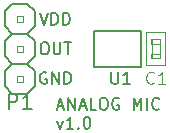
<source format=gto>
G04 #@! TF.FileFunction,Legend,Top*
%FSLAX46Y46*%
G04 Gerber Fmt 4.6, Leading zero omitted, Abs format (unit mm)*
G04 Created by KiCad (PCBNEW 4.0.1-stable) date 2017/04/29 18:05:00*
%MOMM*%
G01*
G04 APERTURE LIST*
%ADD10C,0.100000*%
%ADD11C,0.200000*%
%ADD12C,0.066040*%
%ADD13C,0.101600*%
%ADD14C,0.152400*%
%ADD15C,0.150000*%
%ADD16C,0.076200*%
%ADD17C,0.127000*%
G04 APERTURE END LIST*
D10*
D11*
X144738096Y-113500000D02*
X144642858Y-113452381D01*
X144500001Y-113452381D01*
X144357143Y-113500000D01*
X144261905Y-113595238D01*
X144214286Y-113690476D01*
X144166667Y-113880952D01*
X144166667Y-114023810D01*
X144214286Y-114214286D01*
X144261905Y-114309524D01*
X144357143Y-114404762D01*
X144500001Y-114452381D01*
X144595239Y-114452381D01*
X144738096Y-114404762D01*
X144785715Y-114357143D01*
X144785715Y-114023810D01*
X144595239Y-114023810D01*
X145214286Y-114452381D02*
X145214286Y-113452381D01*
X145785715Y-114452381D01*
X145785715Y-113452381D01*
X146261905Y-114452381D02*
X146261905Y-113452381D01*
X146500000Y-113452381D01*
X146642858Y-113500000D01*
X146738096Y-113595238D01*
X146785715Y-113690476D01*
X146833334Y-113880952D01*
X146833334Y-114023810D01*
X146785715Y-114214286D01*
X146738096Y-114309524D01*
X146642858Y-114404762D01*
X146500000Y-114452381D01*
X146261905Y-114452381D01*
X144500000Y-110952381D02*
X144690477Y-110952381D01*
X144785715Y-111000000D01*
X144880953Y-111095238D01*
X144928572Y-111285714D01*
X144928572Y-111619048D01*
X144880953Y-111809524D01*
X144785715Y-111904762D01*
X144690477Y-111952381D01*
X144500000Y-111952381D01*
X144404762Y-111904762D01*
X144309524Y-111809524D01*
X144261905Y-111619048D01*
X144261905Y-111285714D01*
X144309524Y-111095238D01*
X144404762Y-111000000D01*
X144500000Y-110952381D01*
X145357143Y-110952381D02*
X145357143Y-111761905D01*
X145404762Y-111857143D01*
X145452381Y-111904762D01*
X145547619Y-111952381D01*
X145738096Y-111952381D01*
X145833334Y-111904762D01*
X145880953Y-111857143D01*
X145928572Y-111761905D01*
X145928572Y-110952381D01*
X146261905Y-110952381D02*
X146833334Y-110952381D01*
X146547619Y-111952381D02*
X146547619Y-110952381D01*
X144166667Y-108452381D02*
X144500000Y-109452381D01*
X144833334Y-108452381D01*
X145166667Y-109452381D02*
X145166667Y-108452381D01*
X145404762Y-108452381D01*
X145547620Y-108500000D01*
X145642858Y-108595238D01*
X145690477Y-108690476D01*
X145738096Y-108880952D01*
X145738096Y-109023810D01*
X145690477Y-109214286D01*
X145642858Y-109309524D01*
X145547620Y-109404762D01*
X145404762Y-109452381D01*
X145166667Y-109452381D01*
X146166667Y-109452381D02*
X146166667Y-108452381D01*
X146404762Y-108452381D01*
X146547620Y-108500000D01*
X146642858Y-108595238D01*
X146690477Y-108690476D01*
X146738096Y-108880952D01*
X146738096Y-109023810D01*
X146690477Y-109214286D01*
X146642858Y-109309524D01*
X146547620Y-109404762D01*
X146404762Y-109452381D01*
X146166667Y-109452381D01*
X145690476Y-116366667D02*
X146166667Y-116366667D01*
X145595238Y-116652381D02*
X145928571Y-115652381D01*
X146261905Y-116652381D01*
X146595238Y-116652381D02*
X146595238Y-115652381D01*
X147166667Y-116652381D01*
X147166667Y-115652381D01*
X147595238Y-116366667D02*
X148071429Y-116366667D01*
X147500000Y-116652381D02*
X147833333Y-115652381D01*
X148166667Y-116652381D01*
X148976191Y-116652381D02*
X148500000Y-116652381D01*
X148500000Y-115652381D01*
X149500000Y-115652381D02*
X149690477Y-115652381D01*
X149785715Y-115700000D01*
X149880953Y-115795238D01*
X149928572Y-115985714D01*
X149928572Y-116319048D01*
X149880953Y-116509524D01*
X149785715Y-116604762D01*
X149690477Y-116652381D01*
X149500000Y-116652381D01*
X149404762Y-116604762D01*
X149309524Y-116509524D01*
X149261905Y-116319048D01*
X149261905Y-115985714D01*
X149309524Y-115795238D01*
X149404762Y-115700000D01*
X149500000Y-115652381D01*
X150880953Y-115700000D02*
X150785715Y-115652381D01*
X150642858Y-115652381D01*
X150500000Y-115700000D01*
X150404762Y-115795238D01*
X150357143Y-115890476D01*
X150309524Y-116080952D01*
X150309524Y-116223810D01*
X150357143Y-116414286D01*
X150404762Y-116509524D01*
X150500000Y-116604762D01*
X150642858Y-116652381D01*
X150738096Y-116652381D01*
X150880953Y-116604762D01*
X150928572Y-116557143D01*
X150928572Y-116223810D01*
X150738096Y-116223810D01*
X152119048Y-116652381D02*
X152119048Y-115652381D01*
X152452382Y-116366667D01*
X152785715Y-115652381D01*
X152785715Y-116652381D01*
X153261905Y-116652381D02*
X153261905Y-115652381D01*
X154309524Y-116557143D02*
X154261905Y-116604762D01*
X154119048Y-116652381D01*
X154023810Y-116652381D01*
X153880952Y-116604762D01*
X153785714Y-116509524D01*
X153738095Y-116414286D01*
X153690476Y-116223810D01*
X153690476Y-116080952D01*
X153738095Y-115890476D01*
X153785714Y-115795238D01*
X153880952Y-115700000D01*
X154023810Y-115652381D01*
X154119048Y-115652381D01*
X154261905Y-115700000D01*
X154309524Y-115747619D01*
X145642857Y-117585714D02*
X145880952Y-118252381D01*
X146119048Y-117585714D01*
X147023810Y-118252381D02*
X146452381Y-118252381D01*
X146738095Y-118252381D02*
X146738095Y-117252381D01*
X146642857Y-117395238D01*
X146547619Y-117490476D01*
X146452381Y-117538095D01*
X147452381Y-118157143D02*
X147500000Y-118204762D01*
X147452381Y-118252381D01*
X147404762Y-118204762D01*
X147452381Y-118157143D01*
X147452381Y-118252381D01*
X148119047Y-117252381D02*
X148214286Y-117252381D01*
X148309524Y-117300000D01*
X148357143Y-117347619D01*
X148404762Y-117442857D01*
X148452381Y-117633333D01*
X148452381Y-117871429D01*
X148404762Y-118061905D01*
X148357143Y-118157143D01*
X148309524Y-118204762D01*
X148214286Y-118252381D01*
X148119047Y-118252381D01*
X148023809Y-118204762D01*
X147976190Y-118157143D01*
X147928571Y-118061905D01*
X147880952Y-117871429D01*
X147880952Y-117633333D01*
X147928571Y-117442857D01*
X147976190Y-117347619D01*
X148023809Y-117300000D01*
X148119047Y-117252381D01*
D12*
X154398780Y-112297560D02*
X154398780Y-111949580D01*
X154398780Y-111949580D02*
X153601220Y-111949580D01*
X153601220Y-112297560D02*
X153601220Y-111949580D01*
X154398780Y-112297560D02*
X153601220Y-112297560D01*
X154398780Y-111050420D02*
X154398780Y-110702440D01*
X154398780Y-110702440D02*
X153601220Y-110702440D01*
X153601220Y-111050420D02*
X153601220Y-110702440D01*
X154398780Y-111050420D02*
X153601220Y-111050420D01*
X154797560Y-112899540D02*
X154797560Y-110100460D01*
X154797560Y-110100460D02*
X153202440Y-110100460D01*
X153202440Y-112899540D02*
X153202440Y-110100460D01*
X154797560Y-112899540D02*
X153202440Y-112899540D01*
D13*
X153652020Y-112223900D02*
X153652020Y-110776100D01*
X154347980Y-110776100D02*
X154347980Y-112223900D01*
D12*
X142246000Y-111246000D02*
X142246000Y-111754000D01*
X142246000Y-111754000D02*
X142754000Y-111754000D01*
X142754000Y-111246000D02*
X142754000Y-111754000D01*
X142246000Y-111246000D02*
X142754000Y-111246000D01*
X142246000Y-108706000D02*
X142246000Y-109214000D01*
X142246000Y-109214000D02*
X142754000Y-109214000D01*
X142754000Y-108706000D02*
X142754000Y-109214000D01*
X142246000Y-108706000D02*
X142754000Y-108706000D01*
X142246000Y-113786000D02*
X142246000Y-114294000D01*
X142246000Y-114294000D02*
X142754000Y-114294000D01*
X142754000Y-113786000D02*
X142754000Y-114294000D01*
X142246000Y-113786000D02*
X142754000Y-113786000D01*
D14*
X143770000Y-108325000D02*
X143770000Y-109595000D01*
X143770000Y-109595000D02*
X143135000Y-110230000D01*
X143135000Y-110230000D02*
X141865000Y-110230000D01*
X141865000Y-110230000D02*
X141230000Y-109595000D01*
X143135000Y-110230000D02*
X143770000Y-110865000D01*
X143770000Y-110865000D02*
X143770000Y-112135000D01*
X143770000Y-112135000D02*
X143135000Y-112770000D01*
X143135000Y-112770000D02*
X141865000Y-112770000D01*
X141865000Y-112770000D02*
X141230000Y-112135000D01*
X141230000Y-112135000D02*
X141230000Y-110865000D01*
X141230000Y-110865000D02*
X141865000Y-110230000D01*
X143135000Y-107690000D02*
X141865000Y-107690000D01*
X143770000Y-108325000D02*
X143135000Y-107690000D01*
X141865000Y-107690000D02*
X141230000Y-108325000D01*
X141230000Y-109595000D02*
X141230000Y-108325000D01*
X143135000Y-112770000D02*
X143770000Y-113405000D01*
X143770000Y-113405000D02*
X143770000Y-114675000D01*
X143770000Y-114675000D02*
X143135000Y-115310000D01*
X143135000Y-115310000D02*
X141865000Y-115310000D01*
X141865000Y-115310000D02*
X141230000Y-114675000D01*
X141230000Y-114675000D02*
X141230000Y-113405000D01*
X141230000Y-113405000D02*
X141865000Y-112770000D01*
D15*
X152750000Y-110000000D02*
X152750000Y-113000000D01*
X152750000Y-113000000D02*
X148750000Y-113000000D01*
X148750000Y-113000000D02*
X148750000Y-110000000D01*
X148750000Y-110000000D02*
X152750000Y-110000000D01*
D16*
X153830667Y-114362857D02*
X153782286Y-114411238D01*
X153637143Y-114459619D01*
X153540381Y-114459619D01*
X153395239Y-114411238D01*
X153298477Y-114314476D01*
X153250096Y-114217714D01*
X153201715Y-114024190D01*
X153201715Y-113879048D01*
X153250096Y-113685524D01*
X153298477Y-113588762D01*
X153395239Y-113492000D01*
X153540381Y-113443619D01*
X153637143Y-113443619D01*
X153782286Y-113492000D01*
X153830667Y-113540381D01*
X154798286Y-114459619D02*
X154217715Y-114459619D01*
X154508001Y-114459619D02*
X154508001Y-113443619D01*
X154411239Y-113588762D01*
X154314477Y-113685524D01*
X154217715Y-113733905D01*
D17*
X141562619Y-116574524D02*
X141562619Y-115304524D01*
X142046428Y-115304524D01*
X142167381Y-115365000D01*
X142227857Y-115425476D01*
X142288333Y-115546429D01*
X142288333Y-115727857D01*
X142227857Y-115848810D01*
X142167381Y-115909286D01*
X142046428Y-115969762D01*
X141562619Y-115969762D01*
X143497857Y-116574524D02*
X142772143Y-116574524D01*
X143135000Y-116574524D02*
X143135000Y-115304524D01*
X143014048Y-115485952D01*
X142893095Y-115606905D01*
X142772143Y-115667381D01*
D15*
X150238095Y-113452381D02*
X150238095Y-114261905D01*
X150285714Y-114357143D01*
X150333333Y-114404762D01*
X150428571Y-114452381D01*
X150619048Y-114452381D01*
X150714286Y-114404762D01*
X150761905Y-114357143D01*
X150809524Y-114261905D01*
X150809524Y-113452381D01*
X151809524Y-114452381D02*
X151238095Y-114452381D01*
X151523809Y-114452381D02*
X151523809Y-113452381D01*
X151428571Y-113595238D01*
X151333333Y-113690476D01*
X151238095Y-113738095D01*
M02*

</source>
